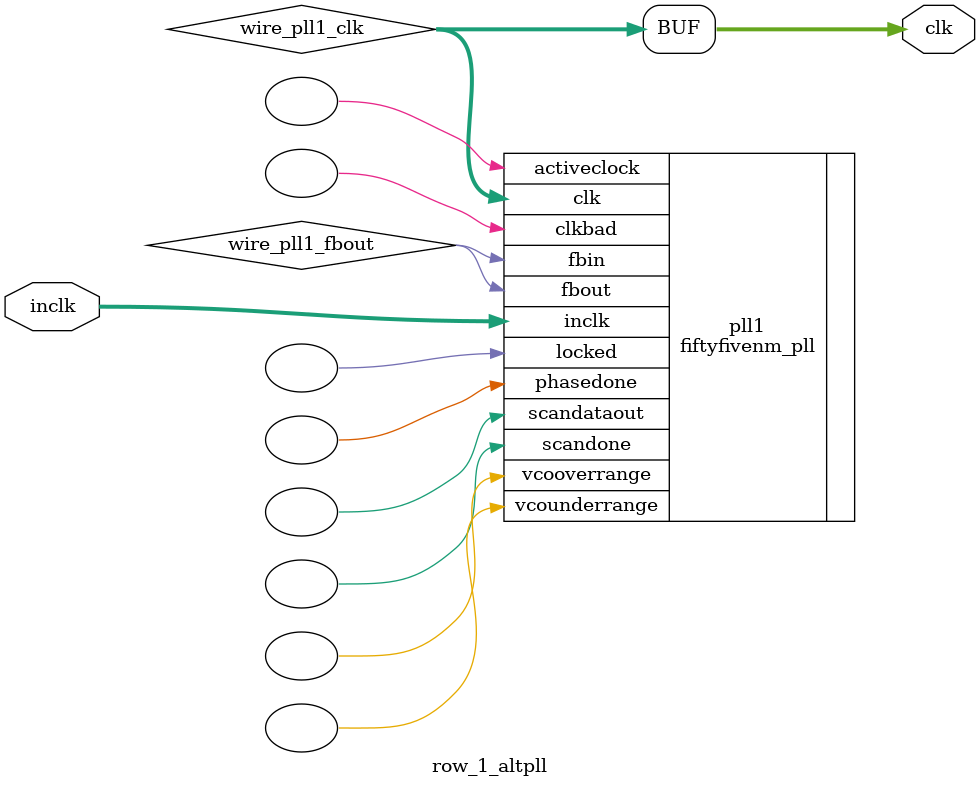
<source format=v>






//synthesis_resources = fiftyfivenm_pll 1 
//synopsys translate_off
`timescale 1 ps / 1 ps
//synopsys translate_on
module  row_1_altpll
	( 
	clk,
	inclk) /* synthesis synthesis_clearbox=1 */;
	output   [4:0]  clk;
	input   [1:0]  inclk;
`ifndef ALTERA_RESERVED_QIS
// synopsys translate_off
`endif
	tri0   [1:0]  inclk;
`ifndef ALTERA_RESERVED_QIS
// synopsys translate_on
`endif

	wire  [4:0]   wire_pll1_clk;
	wire  wire_pll1_fbout;

	fiftyfivenm_pll   pll1
	( 
	.activeclock(),
	.clk(wire_pll1_clk),
	.clkbad(),
	.fbin(wire_pll1_fbout),
	.fbout(wire_pll1_fbout),
	.inclk(inclk),
	.locked(),
	.phasedone(),
	.scandataout(),
	.scandone(),
	.vcooverrange(),
	.vcounderrange()
	`ifndef FORMAL_VERIFICATION
	// synopsys translate_off
	`endif
	,
	.areset(1'b0),
	.clkswitch(1'b0),
	.configupdate(1'b0),
	.pfdena(1'b1),
	.phasecounterselect({3{1'b0}}),
	.phasestep(1'b0),
	.phaseupdown(1'b0),
	.scanclk(1'b0),
	.scanclkena(1'b1),
	.scandata(1'b0)
	`ifndef FORMAL_VERIFICATION
	// synopsys translate_on
	`endif
	);
	defparam
		pll1.bandwidth_type = "auto",
		pll1.clk0_divide_by = 600000,
		pll1.clk0_duty_cycle = 50,
		pll1.clk0_multiply_by = 77,
		pll1.clk0_phase_shift = "0",
		pll1.compensate_clock = "clk0",
		pll1.inclk0_input_frequency = 83333,
		pll1.operation_mode = "normal",
		pll1.pll_type = "auto",
		pll1.lpm_type = "fiftyfivenm_pll";
	assign
		clk = {wire_pll1_clk[4:0]};
endmodule //row_1_altpll
//VALID FILE

</source>
